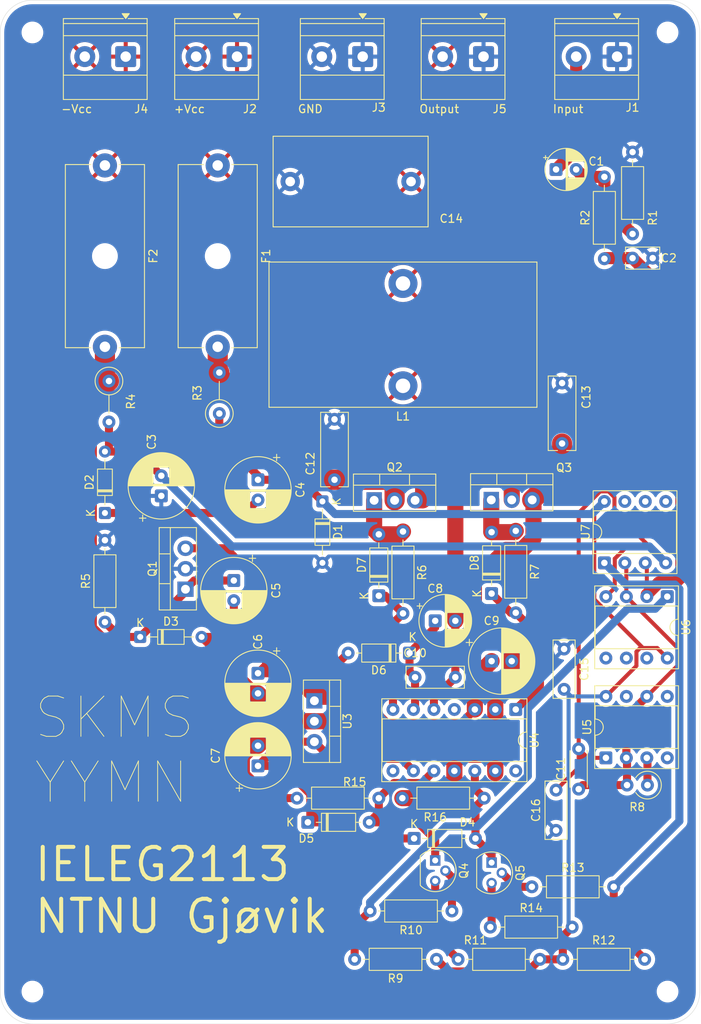
<source format=kicad_pcb>
(kicad_pcb (version 20241229) (generator "pcbnew") (generator_version "9.0")
  (layers (0 "F.Cu" signal) (2 "B.Cu" signal) (13 "F.Paste" user) (15 "B.Paste" user) (5 "F.SilkS" user "F.Silkscreen") (7 "B.SilkS" user "B.Silkscreen") (1 "F.Mask" user) (3 "B.Mask" user) (25 "Edge.Cuts" user))
  (net 0 "")
  (net 1 "GND")
  (net 2 "+5V")
  (net 3 "Net-(D2-K)")
  (net 4 "-5V")
  (net 5 "Net-(D3-K)")
  (net 6 "-Vcc")
  (net 7 "Net-(D4-A)")
  (net 8 "+5V_2")
  (net 9 "Net-(D5-A)")
  (net 10 "+12V")
  (net 11 "Net-(D6-K)")
  (net 12 "Net-(D7-A)")
  (net 13 "Net-(D8-A)")
  (net 14 "Net-(D8-K)")
  (net 15 "Vcc")
  (net 16 "Net-(Q2-S)")
  (net 20 "triangle")
  (net 24 "Net-(U5-Q)")
  (net 25 "Net-(C1-Pad2)")
  (net 26 "Net-(J1-Pin_2)")
  (net 27 "Net-(J5-Pin_2)")
  (net 28 "Net-(J4-Pin_1)")
  (net 29 "Net-(J2-Pin_1)")
  (net 30 "Net-(U6A--)")
  (net 31 "Net-(Q4-B)")
  (net 32 "Net-(Q4-E)")
  (net 33 "Net-(Q5-B)")
  (net 34 "Net-(Q5-E)")
  (net 35 "Net-(R10-Pad2)")
  (net 36 "Net-(R12-Pad2)")
  (net 37 "Net-(D7-K)")
  (footprint "Resistor_THT:R_Axial_DIN0207_L6.3mm_D2.5mm_P10.16mm_Horizontal" (layer "F.Cu") (at 117.08 131 180)
    (property "Reference" "R10")
    (property "Value" "1k")
  )
  (footprint "Diode_THT:D_DO-35_SOD27_P7.62mm_Horizontal" (layer "F.Cu") (at 111.81 99 180)
    (property "Reference" "D6")
    (property "Value" "UF4005")
  )
  (footprint "MountingHole:MountingHole_2.2mm_M2" (layer "F.Cu") (at 65 22)
    (property "Reference" "REF**" (hide yes))
    (property "Value" "MountingHole_2.2mm_M2" (hide yes))
  )
  (footprint "Resistor_THT:R_Axial_DIN0207_L6.3mm_D2.5mm_P10.16mm_Horizontal" (layer "F.Cu") (at 136 50.08 90)
    (property "Reference" "R2")
    (property "Value" "2k2")
  )
  (footprint "Package_TO_SOT_THT:TO-220-3_Vertical" (layer "F.Cu") (at 84 91.08 90)
    (property "Reference" "Q1")
    (property "Value" "BD241C")
  )
  (footprint "Capacitor_THT:C_Rect_L19.0mm_W11.0mm_P15.00mm_MKS4" (layer "F.Cu") (at 97 40.5)
    (property "Reference" "C14")
    (property "Value" "1u")
  )
  (footprint "Package_DIP:DIP-14_W7.62mm_Socket" (layer "F.Cu") (at 125 106 -90)
    (property "Reference" "U4")
    (property "Value" "IR2110")
  )
  (footprint "Capacitor_THT:C_Rect_L4.0mm_W2.5mm_P2.50mm" (layer "F.Cu") (at 139.5 50)
    (property "Reference" "C2")
    (property "Value" "1n")
  )
  (footprint "Diode_THT:D_DO-34_SOD68_P7.62mm_Horizontal" (layer "F.Cu") (at 101 80.185 -90)
    (property "Reference" "D1")
    (property "Value" "5v1")
  )
  (footprint "Capacitor_THT:C_Disc_D4.3mm_W1.9mm_P5.00mm" (layer "F.Cu") (at 132.81 115.88 90)
    (property "Reference" "C11")
    (property "Value" "1n")
  )
  (footprint "Package_TO_SOT_THT:TO-220-3_Vertical" (layer "F.Cu") (at 121.96 80)
    (property "Reference" "Q3")
    (property "Value" "IRF540N")
  )
  (footprint "Fuse:Fuseholder_Cylinder-5x20mm_Schurter_0031_8201_Horizontal_Open" (layer "F.Cu") (at 74 38.5 -90)
    (property "Reference" "F2")
    (property "Value" "6A")
  )
  (footprint "TerminalBlock_Phoenix:TerminalBlock_Phoenix_MKDS-1,5-2-5.08_1x02_P5.08mm_Horizontal" (layer "F.Cu") (at 106 25 180)
    (property "Reference" "J3")
    (property "Value" "GND")
  )
  (footprint "Package_TO_SOT_THT:TO-220-3_Vertical" (layer "F.Cu") (at 107.42 80.05)
    (property "Reference" "Q2")
    (property "Value" "IRF540N")
  )
  (footprint "Resistor_THT:R_Axial_DIN0207_L6.3mm_D2.5mm_P10.16mm_Horizontal" (layer "F.Cu") (at 130.84 137)
    (property "Reference" "R12")
    (property "Value" "1k")
  )
  (footprint "Capacitor_THT:CP_Radial_D8.0mm_P2.50mm" (layer "F.Cu") (at 122 100)
    (property "Reference" "C9")
    (property "Value" "47u")
  )
  (footprint "Package_DIP:DIP-8_W7.62mm_Socket" (layer "F.Cu") (at 136 87.81 90)
    (property "Reference" "U7")
    (property "Value" "LM393")
  )
  (footprint "Package_TO_SOT_THT:TO-220-3_Vertical" (layer "F.Cu") (at 100 104.92 -90)
    (property "Reference" "U3")
    (property "Value" "LM7805_TO220")
  )
  (footprint "Diode_THT:D_DO-35_SOD27_P7.62mm_Horizontal" (layer "F.Cu") (at 108 91.89 90)
    (property "Reference" "D7")
    (property "Value" "1N4148")
  )
  (footprint "Capacitor_THT:C_Rect_L9.0mm_W3.2mm_P7.50mm_MKT" (layer "F.Cu") (at 130.75 73 90)
    (property "Reference" "C13")
    (property "Value" "220n")
  )
  (footprint "Inductor_THT:L_Toroid_Vertical_L33.0mm_W17.8mm_P12.70mm_Pulse_KM-5" (layer "F.Cu") (at 111 65.845 180)
    (property "Reference" "L1")
    (property "Value" "22u")
  )
  (footprint "Capacitor_THT:CP_Radial_D8.0mm_P2.50mm" (layer "F.Cu") (at 93 101.5 -90)
    (property "Reference" "C6")
    (property "Value" "47u")
  )
  (footprint "Capacitor_THT:CP_Radial_D5.0mm_P2.50mm" (layer "F.Cu") (at 130 39)
    (property "Reference" "C1")
    (property "Value" "10u")
  )
  (footprint "Resistor_THT:R_Axial_DIN0207_L6.3mm_D2.5mm_P10.16mm_Horizontal" (layer "F.Cu") (at 115.16 137 180)
    (property "Reference" "R9")
    (property "Value" "1k")
  )
  (footprint "Diode_THT:D_DO-35_SOD27_P7.62mm_Horizontal" (layer "F.Cu") (at 112.38 122)
    (property "Reference" "D4")
    (property "Value" "1N4148")
  )
  (footprint "Package_TO_SOT_THT:TO-92" (layer "F.Cu") (at 115 124.73 -90)
    (property "Reference" "Q4")
    (property "Value" "PNP")
  )
  (footprint "Resistor_THT:R_Axial_DIN0309_L9.0mm_D3.2mm_P5.08mm_Vertical" (layer "F.Cu") (at 74.5 65.25 -90)
    (property "Reference" "R4")
    (property "Value" "1k2w")
  )
  (footprint "Diode_THT:D_DO-34_SOD68_P7.62mm_Horizontal" (layer "F.Cu") (at 74 81.62 90)
    (property "Reference" "D2")
    (property "Value" "5v1")
  )
  (footprint "Diode_THT:D_DO-35_SOD27_P7.62mm_Horizontal" (layer "F.Cu") (at 122 91.62 90)
    (property "Reference" "D8")
    (property "Value" "1N4148")
  )
  (footprint "Resistor_THT:R_Axial_DIN0207_L6.3mm_D2.5mm_P10.16mm_Horizontal" (layer "F.Cu") (at 117.84 137)
    (property "Reference" "R11")
    (property "Value" "10k")
  )
  (footprint "Fuse:Fuseholder_Cylinder-5x20mm_Schurter_0031_8201_Horizontal_Open" (layer "F.Cu") (at 88 38.5 -90)
    (property "Reference" "F1")
    (property "Value" "6A")
  )
  (footprint "Diode_THT:D_DO-34_SOD68_P7.62mm_Horizontal" (layer "F.Cu") (at 78.38 97)
    (property "Reference" "D3")
    (property "Value" "12V")
  )
  (footprint "Capacitor_THT:C_Rect_L7.0mm_W2.5mm_P5.00mm" (layer "F.Cu") (at 130 121 90)
    (property "Reference" "C16")
    (property "Value" "100n")
  )
  (footprint "Package_DIP:DIP-8_W7.62mm_Socket" (layer "F.Cu") (at 143.81 92 -90)
    (property "Reference" "U6")
    (property "Value" "LM393")
  )
  (footprint "MountingHole:MountingHole_2.2mm_M2" (layer "F.Cu") (at 143.845 141)
    (property "Reference" "REF**" (hide yes))
    (property "Value" "MountingHole_2.2mm_M2" (hide yes))
  )
  (footprint "Resistor_THT:R_Axial_DIN0207_L6.3mm_D2.5mm_P10.16mm_Horizontal" (layer "F.Cu") (at 74 95.16 90)
    (property "Reference" "R5")
    (property "Value" "10k")
  )
  (footprint "Diode_THT:D_DO-35_SOD27_P7.62mm_Horizontal" (layer "F.Cu") (at 99.19 120)
    (property "Reference" "D5")
    (property "Value" "1N4148")
  )
  (footprint "MountingHole:MountingHole_2.2mm_M2" (layer "F.Cu") (at 65 141)
    (property "Reference" "REF**" (hide yes))
    (property "Value" "MountingHole_2.2mm_M2" (hide yes))
  )
  (footprint "Resistor_THT:R_Axial_DIN0309_L9.0mm_D3.2mm_P2.54mm_Vertical" (layer "F.Cu") (at 141.35 115.38 180)
    (property "Reference" "R8")
    (property "Value" "2k")
  )
  (footprint "Resistor_THT:R_Axial_DIN0207_L6.3mm_D2.5mm_P10.16mm_Horizontal" (layer "F.Cu") (at 121.84 133)
    (property "Reference" "R14")
    (property "Value" "10k")
  )
  (footprint "Resistor_THT:R_Axial_DIN0207_L6.3mm_D2.5mm_P10.16mm_Horizontal" (layer "F.Cu") (at 108 117 180)
    (property "Reference" "R15")
    (property "Value" "6k8")
  )
  (footprint "Package_DIP:DIP-8_W7.62mm_Socket" (layer "F.Cu") (at 136.19 112 90)
    (property "Reference" "U5")
    (property "Value" "LMC555xN")
  )
  (footprint "Capacitor_THT:CP_Radial_D6.3mm_P2.50mm" (layer "F.Cu") (at 115 95)
    (property "Reference" "C8")
    (property "Value" "22u")
  )
  (footprint "Capacitor_THT:CP_Radial_D8.0mm_P2.50mm" (layer "F.Cu") (at 90 90 -90)
    (property "Reference" "C5")
    (property "Value" "47u")
  )
  (footprint "Capacitor_THT:C_Rect_L9.0mm_W3.2mm_P7.50mm_MKT" (layer "F.Cu") (at 102.5 77.5 90)
    (property "Reference" "C12")
    (property "Value" "220n")
  )
  (footprint "TerminalBlock_Phoenix:TerminalBlock_Phoenix_MKDS-1,5-2-5.08_1x02_P5.08mm_Horizontal" (layer "F.Cu") (at 137.58 25 180)
    (property "Reference" "J1")
    (property "Value" "Input")
  )
  (footprint "Capacitor_THT:CP_Radial_D8.0mm_P2.50mm" (layer "F.Cu") (at 81 79.5 90)
    (property "Reference" "C3")
    (property "Value" "47u")
  )
  (footprint "Capacitor_THT:CP_Radial_D8.0mm_P2.50mm" (layer "F.Cu") (at 93 77.5 -90)
    (property "Reference" "C4")
    (property "Value" "47u")
  )
  (footprint "Resistor_THT:R_Axial_DIN0207_L6.3mm_D2.5mm_P10.16mm_Horizontal" (layer "F.Cu") (at 111 83.92 -90)
    (property "Reference" "R6")
    (property "Value" "10")
  )
  (footprint "TerminalBlock_Phoenix:TerminalBlock_Phoenix_MKDS-1,5-2-5.08_1x02_P5.08mm_Horizontal" (layer "F.Cu") (at 90.4 25 180)
    (property "Reference" "J2")
    (property "Value" "+Vcc")
  )
  (footprint "Capacitor_THT:C_Rect_L7.0mm_W2.5mm_P5.00mm" (layer "F.Cu") (at 131 98.5 -90)
    (property "Reference" "C15")
    (property "Value" "100n")
  )
  (footprint "Resistor_THT:R_Axial_DIN0309_L9.0mm_D3.2mm_P5.08mm_Vertical" (layer "F.Cu") (at 88.2 69.28 90)
    (property "Reference" "R3")
    (property "Value" "1k2w")
  )
  (footprint "MountingHole:MountingHole_2.2mm_M2" (layer "F.Cu") (at 143.845 22)
    (property "Reference" "REF**" (hide yes))
    (property "Value" "MountingHole_2.2mm_M2" (hide yes))
  )
  (footprint "Capacitor_THT:C_Rect_L7.0mm_W2.5mm_P5.00mm" (layer "F.Cu") (at 112.5 102)
    (property "Reference" "C10")
    (property "Value" "100n")
  )
  (footprint "Capacitor_THT:CP_Radial_D8.0mm_P2.50mm" (layer "F.Cu") (at 93 113 90)
    (property "Reference" "C7")
    (property "Value" "47u")
  )
  (footprint "TerminalBlock_Phoenix:TerminalBlock_Phoenix_MKDS-1,5-2-5.08_1x02_P5.08mm_Horizontal" (layer "F.Cu") (at 76.58 25 180)
    (property "Reference" "J4")
    (property "Value" "-Vcc")
  )
  (footprint "TerminalBlock_Phoenix:TerminalBlock_Phoenix_MKDS-1,5-2-5.08_1x02_P5.08mm_Horizontal" (layer "F.Cu") (at 121 25 180)
    (property "Reference" "J5")
    (property "Value" "Output")
  )
  (footprint "Resistor_THT:R_Axial_DIN0207_L6.3mm_D2.5mm_P10.16mm_Horizontal" (layer "F.Cu") (at 121.08 117 180)
    (property "Reference" "R16")
    (property "Value" "6k8")
  )
  (footprint "Resistor_THT:R_Axial_DIN0207_L6.3mm_D2.5mm_P10.16mm_Horizontal" (layer "F.Cu") (at 139.5 47 90)
    (property "Reference" "R1")
    (property "Value" "330k")
  )
  (footprint "Package_TO_SOT_THT:TO-92" (layer "F.Cu") (at 122 125 -90)
    (property "Reference" "Q5")
    (property "Value" "PNP")
  )
  (footprint "Resistor_THT:R_Axial_DIN0207_L6.3mm_D2.5mm_P10.16mm_Horizontal" (layer "F.Cu") (at 125 83.84 -90)
    (property "Reference" "R7")
    (property "Value" "10")
  )
  (footprint "Resistor_THT:R_Axial_DIN0207_L6.3mm_D2.5mm_P10.16mm_Horizontal" (layer "F.Cu") (at 127 128)
    (property "Reference" "R13")
    (property "Value" "1k")
  )
  (gr_arc (start 65 145) (mid 62.171573 143.828427) (end 61 141) (stroke (width 0.05)) (layer "Edge.Cuts"))
  (gr_line (start 147.845 141) (end 147.845 22) (stroke (width 0.05)) (layer "Edge.Cuts"))
  (gr_arc (start 147.845 141) (mid 146.673427 143.828427) (end 143.845 145) (stroke (width 0.05)) (layer "Edge.Cuts"))
  (gr_line (start 65 145) (end 143.845 145) (stroke (width 0.05)) (layer "Edge.Cuts"))
  (gr_line (start 61 141) (end 61 22) (stroke (width 0.05)) (layer "Edge.Cuts"))
  (gr_arc (start 61 22) (mid 62.171573 19.171573) (end 65 18) (stroke (width 0.05)) (layer "Edge.Cuts"))
  (gr_arc (start 143.845 18) (mid 146.673427 19.171573) (end 147.845 22) (stroke (width 0.05)) (layer "Edge.Cuts"))
  (gr_line (start 143.845 18) (end 65 18) (stroke (width 0.05)) (layer "Edge.Cuts"))
  (gr_text "IELEG2113\nNTNU Gjøvik\n" (at 65 134 0) (layer "F.SilkS") (effects (font (size 4 4) (thickness 0.5)) (justify left bottom)))
  (gr_text "SKMS\nYYMN" (at 65 118 0) (layer "F.SilkS") (effects (font (size 5 5) (thickness 0.1)) (justify left bottom)))
  (segment (start 136.19 104.38) (end 139.981 100.589) (width 0.5) (layer "F.Cu") (net 2))
  (segment (start 93 77) (end 88.2 72.2) (width 1) (layer "F.Cu") (net 2))
  (segment (start 142.559 98.369) (end 140.789818 98.369) (width 0.5) (layer "F.Cu") (net 2))
  (segment (start 93 77.5) (end 93 77) (width 1) (layer "F.Cu") (net 2))
  (segment (start 88.2 72.2) (end 88.2 69.28) (width 1) (layer "F.Cu") (net 2))
  (segment (start 139.981 100.589) (end 139.981 98.829) (width 0.5) (layer "F.Cu") (net 2))
  (segment (start 140.789818 98.369) (end 134.749 92.328182) (width 0.5) (layer "F.Cu") (net 2))
  (segment (start 134.749 92.328182) (end 134.749 81.441) (width 0.5) (layer "F.Cu") (net 2))
  (segment (start 134.749 81.441) (end 136 80.19) (width 0.5) (layer "F.Cu") (net 2))
  (segment (start 116.661 138.501) (end 126.499 138.501) (width 1) (layer "F.Cu") (net 2))
  (segment (start 140.441 98.369) (end 140.789818 98.369) (width 0.5) (layer "F.Cu") (net 2))
  (segment (start 130.84 134.16) (end 132 133) (width 1) (layer "F.Cu") (net 2))
  (segment (start 130.84 137) (end 130.84 134.16) (width 1) (layer "F.Cu") (net 2))
  (segment (start 93 77.5) (end 98.315 77.5) (width 1) (layer "F.Cu") (net 2))
  (segment (start 115.16 137) (end 116.661 138.501) (width 1) (layer "F.Cu") (net 2))
  (segment (start 126.499 138.501) (end 128 137) (width 1) (layer "F.Cu") (net 2))
  (segment (start 139.981 98.829) (end 140.441 98.369) (width 0.5) (layer "F.Cu") (net 2))
  (segment (start 128 137) (end 130.84 137) (width 1) (layer "F.Cu") (net 2))
  (segment (start 143.81 99.62) (end 142.559 98.369) (width 0.5) (layer "F.Cu") (net 2))
  (segment (start 98.315 77.5) (end 101 80.185) (width 1) (layer "F.Cu") (net 2))
  (segment (start 102.566 81.751) (end 134.439 81.751) (width 1) (layer "B.Cu") (net 2))
  (segment (start 131 103.5) (end 131.559 104.059) (width 0.5) (layer "B.Cu") (net 2))
  (segment (start 101 80.185) (end 102.566 81.751) (width 1) (layer "B.Cu") (net 2))
  (segment (start 136.19 104.38) (end 131.88 104.38) (width 0.5) (layer "B.Cu") (net 2))
  (segment (start 131.88 104.38) (end 131 103.5) (width 0.5) (layer "B.Cu") (net 2))
  (segment (start 131.559 132.559) (end 132 133) (width 0.5) (layer "B.Cu") (net 2))
  (segment (start 134.439 81.751) (end 136 80.19) (width 1) (layer "B.Cu") (net 2))
  (segment (start 131.559 104.059) (end 131.559 132.559) (width 0.5) (layer "B.Cu") (net 2))
  (segment (start 93 80) (end 91.38 81.62) (width 1) (layer "F.Cu") (net 3))
  (segment (start 91.38 81.62) (end 74 81.62) (width 1) (layer "F.Cu") (net 3))
  (segment (start 133.465 111.535) (end 132.81 110.88) (width 0.5) (layer "F.Cu") (net 4))
  (segment (start 133 112) (end 133.465 111.535) (width 0.5) (layer "F.Cu") (net 4))
  (segment (start 133 112) (end 133 113) (width 0.5) (layer "F.Cu") (net 4))
  (segment (start 133.93 112.07) (end 133 113) (width 0.5) (layer "F.Cu") (net 4))
  (segment (start 133 112.86) (end 133.86 112) (width 0.5) (layer "F.Cu") (net 4))
  (segment (start 133 113) (end 133 112.86) (width 0.5) (layer "F.Cu") (net 4))
  (segment (start 137.289 87.291818) (end 138.580818 86) (width 0.5) (layer "F.Cu") (net 4))
  (segment (start 78 74) (end 81 77) (width 1) (layer "F.Cu") (net 4))
  (segment (start 74.5 73.5) (end 74 74) (width 1) (layer "F.Cu") (net 4))
  (segment (start 133 112) (end 133.86 112) (width 0.5) (layer "F.Cu") (net 4))
  (segment (start 138.580818 86) (end 141.81 86) (width 0.5) (layer "F.Cu") (net 4))
  (segment (start 132.81 81.610818) (end 132.81 110.88) (width 0.5) (layer "F.Cu") (net 4))
  (segment (start 133.86 112) (end 133.93 112.07) (width 0.5) (layer "F.Cu") (net 4))
  (segment (start 132.81 112) (end 133 112) (width 0.5) (layer "F.Cu") (net 4))
  (segment (start 132.81 113.19) (end 130 116) (width 0.5) (layer "F.Cu") (net 4))
  (segment (start 137.289 90.901) (end 137.289 87.291818) (width 0.5) (layer "F.Cu") (net 4))
  (segment (start 143.62 87.81) (end 137.251 81.441) (width 0.5) (layer "F.Cu") (net 4))
  (segment (start 133.93 112) (end 133.93 112.07) (width 0.5) (layer "F.Cu") (net 4))
  (segment (start 137.251 79.671818) (end 136.518182 78.939) (width 0.5) (layer "F.Cu") (net 4))
  (segment (start 136.518182 78.939) (end 135.481818 78.939) (width 0.5) (layer "F.Cu") (net 4))
  (segment (start 132.81 112) (end 132.81 113.19) (width 0.5) (layer "F.Cu") (net 4))
  (segment (start 132.81 110.88) (end 132.81 112) (width 0.5) (layer "F.Cu") (net 4))
  (segment (start 141.81 86) (end 143.62 87.81) (width 0.5) (layer "F.Cu") (net 4))
  (segment (start 136.19 112) (end 133.93 112) (width 0.5) (layer "F.Cu") (net 4))
  (segment (start 74.5 70.33) (end 74.5 73.5) (width 1) (layer "F.Cu") (net 4))
  (segment (start 137.251 81.441) (end 137.251 79.671818) (width 0.5) (layer "F.Cu") (net 4))
  (segment (start 133.93 112) (end 133.465 111.535) (width 0.5) (layer "F.Cu") (net 4))
  (segment (start 135.481818 78.939) (end 132.81 81.610818) (width 0.5) (layer "F.Cu") (net 4))
  (segment (start 133 113) (end 132.81 113.19) (width 0.5) (layer "F.Cu") (net 4))
  (segment (start 136.19 92) (end 137.289 90.901) (width 0.5) (layer "F.Cu") (net 4))
  (segment (start 74 74) (end 78 74) (width 1) (layer "F.Cu") (net 4))
  (segment (start 89.771 85.771) (end 141.581 85.771) (width 1) (layer "B.Cu") (net 4))
  (segment (start 81 77) (end 89.771 85.771) (width 1) (layer "B.Cu") (net 4))
  (segment (start 141.581 85.771) (end 143.62 87.81) (width 1) (layer "B.Cu") (net 4))
  (segment (start 75.84 97) (end 74 95.16) (width 1) (layer "F.Cu") (net 5))
  (segment (start 78.38 97) (end 75.84 97) (width 1) (layer "F.Cu") (net 5))
  (segment (start 84 91.08) (end 84 91.38) (width 1) (layer "F.Cu") (net 5))
  (segment (start 90 90) (end 85.08 90) (width 1) (layer "F.Cu") (net 5))
  (segment (start 85.08 90) (end 84 91.08) (width 1) (layer "F.Cu") (net 5))
  (segment (start 84 91.38) (end 78.38 97) (width 1) (layer "F.Cu") (net 5))
  (segment (start 122.46 112.48863) (end 121.59037 111.619) (width 2) (layer "F.Cu") (net 6))
  (segment (start 94.5 105.5) (end 94.5 109) (width 2) (layer "F.Cu") (net 6))
  (segment (start 74 64.75) (end 74 61) (width 2.5) (layer "F.Cu") (net 6))
  (segment (start 94.25 109.25) (end 96.04 107.46) (width 2) (layer "F.Cu") (net 6))
  (segment (start 88 99) (end 93 104) (width 1) (layer "F.Cu") (net 6))
  (segment (start 119.799 90.201) (end 123.799 86.201) (width 2) (layer "F.Cu") (net 6))
  (segment (start 122.46 113.62) (end 122.46 111) (width 2) (layer "F.Cu") (net 6))
  (segment (start 121.59037 111.619) (end 118.24963 111.619) (width 2) (layer "F.Cu") (net 6))
  (segment (start 87 98) (end 88 99) (width 1) (layer "F.Cu") (net 6))
  (segment (start 86 97) (end 87 98) (width 1) (layer "F.Cu") (net 6))
  (segment (start 74.5 65.25) (end 71.749 68.001) (width 2.5) (layer "F.Cu") (net 6))
  (segment (start 130.75 76.29) (end 127.04 80) (width 2.5) (layer "F.Cu") (net 6))
  (segment (start 91.499 112.001) (end 93 110.5) (width 1) (layer "F.Cu") (net 6))
  (segment (start 124.5 98.5) (end 119.799 93.799) (width 2) (layer "F.Cu") (net 6))
  (segment (start 82.656605 107) (end 93 107) (width 2.5) (layer "F.Cu") (net 6))
  (segment (start 104 110) (end 114.89137 110) (width 2) (layer "F.Cu") (net 6))
  (segment (start 101.46 107.46) (end 104 110) (width 2) (layer "F.Cu") (net 6))
  (segment (start 94.5 109) (end 94.25 109.25) (width 2) (layer "F.Cu") (net 6))
  (segment (start 71.749 68.001) (end 71.749 96.092395) (width 2.5) (layer "F.Cu") (net 6))
  (segment (start 96.04 107.46) (end 100 107.46) (width 2) (layer "F.Cu") (net 6))
  (segment (start 117.38 114.75137) (end 115.13137 117) (width 2) (layer "F.Cu") (net 6))
  (segment (start 90 95) (end 90 92.5) (width 1) (layer "F.Cu") (net 6))
  (segment (start 122.405685 111.054315) (end 122.46 111) (width 2) (layer "F.Cu") (net 6))
  (segment (start 124.5 102.5) (end 124.5 100) (width 2) (layer "F.Cu") (net 6))
  (segment (start 93 104) (end 93 107) (width 2) (layer "F.Cu") (net 6))
  (segment (start 123.799 86.201) (end 125.751684 86.201) (width 2) (layer "F.Cu") (net 6))
  (segment (start 124.5 100) (end 124.5 98.5) (width 2) (layer "F.Cu") (net 6))
  (segment (start 122.46 111) (end 122.46 106) (width 2) (layer "F.Cu") (net 6))
  (segment (start 88 97) (end 86 97) (width 1) (layer "F.Cu") (net 6))
  (segment (start 97.84 117) (end 94.548156 117) (width 1) (layer "F.Cu") (net 6))
  (segment (start 115.945685 111.054315) (end 122.405685 111.054315) (width 2) (layer "F.Cu") (net 6))
  (segment (start 93 110.5) (end 94.25 109.25) (width 2) (layer "F.Cu") (net 6))
  (segment (start 114.89137 110) (end 115.945685 111.054315) (width 2) (layer "F.Cu") (net 6))
  (segment (start 94.548156 117) (end 91.499 113.950844) (width 1) (layer "F.Cu") (net 6))
  (segment (start 88 97) (end 88 99) (width 1) (layer "F.Cu") (net 6))
  (segment (start 117.38 112.48863) (end 117.38 113.62) (width 2) (layer "F.Cu") (net 6))
  (segment (start 88 97) (end 90 95) (width 1) (layer "F.Cu") (net 6))
  (segment (start 71.749 96.092395) (end 82.656605 107) (width 2.5) (layer "F.Cu") (net 6))
  (segment (start 122.46 106) (end 122.46 104.54) (width 2) (layer "F.Cu") (net 6))
  (segment (start 122.46 113.62) (end 122.46 112.48863) (width 2) (layer "F.Cu") (net 6))
  (segment (start 115.945685 111.054315) (end 117.38 112.48863) (width 2) (layer "F.Cu") (net 6))
  (segment (start 125.751684 86.201) (end 127.201 84.751684) (width 2) (layer "F.Cu") (net 6))
  (segment (start 122.46 104.54) (end 124.5 102.5) (width 2) (layer "F.Cu") (net 6))
  (segment (start 118.24963 111.619) (end 117.38 112.48863) (width 2) (layer "F.Cu") (net 6))
  (segment (start 119.799 93.799) (end 119.799 90.201) (width 2) (layer "F.Cu") (net 6))
  (segment (start 93 107) (end 93 110.5) (width 2) (layer "F.Cu") (net 6))
  (segment (start 130.75 73) (end 130.75 76.29) (width 2.5) (layer "F.Cu") (net 6))
  (segment (start 96.46 107.46) (end 94.5 105.5) (width 2) (layer "F.Cu") (net 6))
  (segment (start 87 98) (end 88 97) (width 1) (layer "F.Cu") (net 6))
  (segment (start 91.499 113.950844) (end 91.499 112.001) (width 1) (layer "F.Cu") (net 6))
  (segment (start 127.201 84.751684) (end 127.201 80.161) (width 2) (layer "F.Cu") (net 6))
  (segment (start 115.13137 117) (end 110.92 117) (width 2) (layer "F.Cu") (net 6))
  (segment (start 100 107.46) (end 96.46 107.46) (width 2) (layer "F.Cu") (net 6))
  (segment (start 122.46 113.62) (end 122.46 113.909842) (width 2) (layer "F.Cu") (net 6))
  (segment (start 74.5 65.25) (end 74 64.75) (width 2.5) (layer "F.Cu") (net 6))
  (segment (start 127.201 80.161) (end 127.04 80) (width 2) (layer "F.Cu") (net 6))
  (segment (start 117.38 113.62) (end 117.38 114.75137) (width 2) (layer "F.Cu") (net 6))
  (segment (start 94.5 105.5) (end 93 104) (width 2) (layer "F.Cu") (net 6))
  (segment (start 100 107.46) (end 101.46 107.46) (width 2) (layer "F.Cu") (net 6))
  (segment (start 119.92 115.84) (end 119.92 113.62) (width 1) (layer "F.Cu") (net 7))
  (segment (start 120 122) (end 120 118.08) (width 1) (layer "F.Cu") (net 7))
  (segment (start 122 125) (end 122 124) (width 1) (layer "F.Cu") (net 7))
  (segment (start 121.08 117) (end 119.92 115.84) (width 1) (layer "F.Cu") (net 7))
  (segment (start 120 118.08) (end 121.08 117) (width 1) (layer "F.Cu") (net 7))
  (segment (start 122 124) (end 120 122) (width 1) (layer "F.Cu") (net 7))
  (segment (start 100 120) (end 101.5 118.5) (width 1) (layer "F.Cu") (net 8))
  (segment (start 101.5 118.5) (end 101 118) (width 1) (layer "F.Cu") (net 8))
  (segment (start 110.799 112.119) (end 102.119 112.119) (width 1) (layer "F.Cu") (net 8))
  (segment (start 100 120) (end 101 120) (width 1) (layer "F.Cu") (net 8))
  (segment (start 99.5 116.5) (end 98 115) (width 1) (layer "F.Cu") (net 8))
  (segment (start 100 110) (end 96 110) (width 1) (layer "F.Cu") (net 8))
  (segment (start 96 110) (end 93 113) (width 1) (layer "F.Cu") (net 8))
  (segment (start 99.5 119.69) (end 99.5 119) (width 1) (layer "F.Cu") (net 8))
  (segment (start 100.5 117.5) (end 98 115) (width 1) (layer "F.Cu") (net 8))
  (segment (start 112.38 122) (end 105 122) (width 1) (layer "F.Cu") (net 8))
  (segment (start 101 120) (end 102 119) (width 1) (layer "F.Cu") (net 8))
  (segment (start 100.5 118.5) (end 100 119) (width 1) (layer "F.Cu") (net 8))
  (segment (start 103 120) (end 102 119) (width 1) (layer "F.Cu") (net 8))
  (segment (start 112.3 113.62) (end 110.799 112.119) (width 1) (layer "F.Cu") (net 8))
  (segment (start 105 122) (end 103 120) (width 1) (layer "F.Cu") (net 8))
  (segment (start 101 118) (end 100.5 117.5) (width 1) (layer "F.Cu") (net 8))
  (segment (start 99.19 120) (end 99.5 119.69) (width 1) (layer "F.Cu") (net 8))
  (segment (start 99.19 120) (end 100 120) (width 1) (layer "F.Cu") (net 8))
  (segment (start 96 113) (end 93 113) (width 1) (layer "F.Cu") (net 8))
  (segment (start 99.19 120) (end 103 120) (width 1) (layer "F.Cu") (net 8))
  (segment (start 102.119 112.119) (end 100 110) (width 1) (layer "F.Cu") (net 8))
  (segment (start 100 119) (end 99.5 119) (width 1) (layer "F.Cu") (net 8))
  (segment (start 99.5 119) (end 99.5 116.5) (width 1) (layer "F.Cu") (net 8))
  (segment (start 101 118) (end 100 119) (width 1) (layer "F.Cu") (net 8))
  (segment (start 100.5 117.5) (end 100.5 118.5) (width 1) (layer "F.Cu") (net 8))
  (segment (start 98 115) (end 96 113) (width 1) (layer "F.Cu") (net 8))
  (segment (start 102 119) (end 101.5 118.5) (width 1) (layer "F.Cu") (net 8))
  (segment (start 109.879 115.121) (end 108 117) (width 1) (layer "F.Cu") (net 9))
  (segment (start 108 119) (end 109 120) (width 1) (layer "F.Cu") (net 9))
  (segment (start 109 120) (end 106.81 120) (width 1) (layer "F.Cu") (net 9))
  (segment (start 115 122.168156) (end 112.831844 120) (width 1) (layer "F.Cu") (net 9))
  (segment (start 108 118.81) (end 108 119) (width 1) (layer "F.Cu") (net 9))
  (segment (start 114.84 113.62) (end 113.339 115.121) (width 1) (layer "F.Cu") (net 9))
  (segment (start 113.339 115.121) (end 109.879 115.121) (width 1) (layer "F.Cu") (net 9))
  (segment (start 108 117) (end 108 118.81) (width 1) (layer "F.Cu") (net 9))
  (segment (start 115 124.73) (end 115 122.168156) (width 1) (layer "F.Cu") (net 9))
  (segment (start 112.831844 120) (end 109 120) (width 1) (layer "F.Cu") (net 9))
  (segment (start 108 118.81) (end 106.81 120) (width 1) (layer "F.Cu") (net 9))
  (segment (start 102 104.92) (end 106.274423 104.92) (width 1) (layer "F.Cu") (net 10))
  (segment (start 106.274423 104.92) (end 109.055423 107.701) (width 1) (layer "F.Cu") (net 10))
  (segment (start 89 86) (end 94 91) (width 1) (layer "F.Cu") (net 10))
  (segment (start 100 103.19) (end 104.19 99) (width 1) (layer "F.Cu") (net 10))
  (segment (start 84 86) (end 89 86) (width 1) (layer "F.Cu") (net 10))
  (segment (start 101 104.92) (end 102 104.92) (width 1) (layer "F.Cu") (net 10))
  (segment (start 100 104.92) (end 100 103.19) (width 1) (layer "F.Cu") (net 10))
  (segment (start 94 100.5) (end 93 101.5) (width 1) (layer "F.Cu") (net 10))
  (segment (start 96.58 101.5) (end 98.04 102.96) (width 1) (layer "F.Cu") (net 10))
  (segment (start 119.92 102.08) (end 122 100) (width 2) (layer "F.Cu") (net 10))
  (segment (start 109.055423 107.701) (end 118.219 107.701) (width 1) (layer "F.Cu") (net 10))
  (segment (start 93 101.5) (end 95 101.5) (width 1) (layer "F.Cu") (net 10))
  (segment (start 100.27 103.19) (end 102 104.92) (width 1) (layer "F.Cu") (net 10))
  (segment (start 94 100.5) (end 95 101.5) (width 1) (layer "F.Cu") (net 10))
  (segment (start 100 104.92) (end 101 104.92) (width 1) (layer "F.Cu") (net 10))
  (segment (start 100 103.92) (end 101 104.92) (width 1) (layer "F.Cu") (net 10))
  (segment (start 94 91) (end 94 100.5) (width 1) (layer "F.Cu") (net 10))
  (segment (start 100 103.19) (end 100 103.92) (width 1) (layer "F.Cu") (net 10))
  (segment (start 95 101.5) (end 96.58 101.5) (width 1) (layer "F.Cu") (net 10))
  (segment (start 118.219 107.701) (end 119.92 106) (width 1) (layer "F.Cu") (net 10))
  (segment (start 98.04 102.96) (end 98.27 103.19) (width 1) (layer "F.Cu") (net 10))
  (segment (start 98.27 103.19) (end 100 103.19) (width 1) (layer "F.Cu") (net 10))
  (segment (start 98.04 102.96) (end 100 104.92) (width 1) (layer "F.Cu") (net 10))
  (segment (start 119.92 106) (end 119.92 102.08) (width 2) (layer "F.Cu") (net 10))
  (segment (start 100 103.19) (end 100.27 103.19) (width 1) (layer "F.Cu") (net 10))
  (segment (start 112.5 102) (end 112.5 105.8) (width 1) (layer "F.Cu") (net 11))
  (segment (start 111.81 101.31) (end 112.5 102) (width 1) (layer "F.Cu") (net 11))
  (segment (start 112.5 105.8) (end 112.3 106) (width 1) (layer "F.Cu") (net 11))
  (segment (start 111.81 99) (end 111.81 101.31) (width 1) (layer "F.Cu") (net 11))
  (segment (start 115 95.81) (end 115 95) (width 1) (layer "F.Cu") (net 11))
  (segment (start 111.81 99) (end 115 95.81) (width 1) (layer "F.Cu") (net 11))
  (segment (start 108 84.27) (end 110.65 84.27) (width 2) (layer "F.Cu") (net 12))
  (segment (start 107.42 80.05) (end 107.42 83.69) (width 2) (layer "F.Cu") (net 12))
  (segment (start 107.42 83.69) (end 108 84.27) (width 2) (layer "F.Cu") (net 12))
  (segment (start 110.65 84.27) (end 111 83.92) (width 2) (layer "F.Cu") (net 12))
  (segment (start 121.96 83.96) (end 122 84) (width 2) (layer "F.Cu") (net 13))
  (segment (start 121.96 80) (end 121.96 83.96) (width 2) (layer "F.Cu") (net 13))
  (segment (start 122 84) (end 124.84 84) (width 2) (layer "F.Cu") (net 13))
  (segment (start 124.84 84) (end 125 83.84) (width 2) (layer "F.Cu") (net 13))
  (segment (start 125 94) (end 124.38 94) (width 1) (layer "F.Cu") (net 14))
  (segment (start 125 106) (end 128 103) (width 1) (layer "F.Cu") (net 14))
  (segment (start 128 97) (end 128 103) (width 1) (layer "F.Cu") (net 14))
  (segment (start 124.38 94) (end 122 91.62) (width 1) (layer "F.Cu") (net 14))
  (segment (start 128 97) (end 125 94) (width 1) (layer "F.Cu") (net 14))
  (segment (start 102.5 77.5) (end 109.7245 77.5) (width 2.5) (layer "F.Cu") (net 15))
  (segment (start 109.96 77.7355) (end 109.96 80.05) (width 2.5) (layer "F.Cu") (net 15))
  (segment (start 88.2 64.7) (end 88.2 64.2) (width 2.5) (layer "F.Cu") (net 15))
  (segment (start 99.12313 75.549) (end 99.049 75.549) (width 2.5) (layer "F.Cu") (net 15))
  (segment (start 88 64) (end 88.2 64.2) (width 2.5) (layer "F.Cu") (net 15))
  (segment (start 102.5 77.5) (end 101.07413 77.5) (width 2.5) (layer "F.Cu") (net 15))
  (segment (start 99.049 75.549) (end 88.2 64.7) (width 2.5) (layer "F.Cu") (net 15))
  (segment (start 88 61) (end 88 64) (width 2.5) (layer "F.Cu") (net 15))
  (segment (start 109.7245 77.5) (end 109.96 77.7355) (width 2.5) (layer "F.Cu") (net 15))
  (segment (start 88.2 61.2) (end 88 61) (width 2.5) (layer "F.Cu") (net 15))
  (segment (start 101.07413 77.5) (end 99.12313 75.549) (width 2.5) (layer "F.Cu") (net 15))
  (segment (start 88.2 61.2) (end 88 61) (width 2.5) (layer "B.Cu") (net 15))
  (segment (start 113.45 80.05) (end 113.5 80) (width 2) (layer "F.Cu") (net 16))
  (segment (start 114.84 106) (end 114.84 104.66) (width 1) (layer "F.Cu") (net 16))
  (segment (start 112.5 80.05) (end 113.45 80.05) (width 2) (layer "F.Cu") (net 16))
  (segment (start 113.5 80) (end 113.5 78) (width 2) (layer "F.Cu") (net 16))
  (segment (start 117.5 102) (end 117.5 95) (width 1) (layer "F.Cu") (net 16))
  (segment (start 117.5 95) (end 117.5 75.5) (width 2) (layer "F.Cu") (net 16))
  (segment (start 114.84 104.66) (end 117.5 102) (width 1) (layer "F.Cu") (net 16))
  (segment (start 124.5 80) (end 124.5 77.5) (width 2) (layer "F.Cu") (net 16))
  (segment (start 113.5 78) (end 114 77.5) (width 2) (layer "F.Cu") (net 16))
  (segment (start 145.061 100.589) (end 141.27 104.38) (width 0.5) (layer "F.Cu") (net 20))
  (segment (start 138.81 112.08) (end 138.73 112) (width 1) (layer "F.Cu") (net 20))
  (segment (start 138.73 92) (end 138.73 88) (width 0.5) (layer "F.Cu") (net 20))
  (segment (start 145.061 98.331) (end 145.061 100.589) (width 0.5) (layer "F.Cu") (net 20))
  (segment (start 138.73 115.3) (end 138.81 115.38) (width 1) (layer "F.Cu") (net 20))
  (segment (start 138.81 115.38) (end 133.31 115.38) (width 1) (layer "F.Cu") (net 20))
  (segment (start 138.73 92) (end 145.061 98.331) (width 0.5) (layer "F.Cu") (net 20))
  (segment (start 138.73 88) (end 138.54 87.81) (width 0.5) (layer "F.Cu") (net 20))
  (segment (start 133.31 115.38) (end 132.81 115.88) (width 1) (layer "F.Cu") (net 20))
  (segment (start 138.73 106.92) (end 141.27 104.38) (width 1) (layer "F.Cu") (net 20))
  (segment (start 138.81 115.38) (end 138.81 112.08) (width 1) (layer "F.Cu") (net 20))
  (segment (start 138.73 112) (end 138.73 106.92) (width 1) (layer "F.Cu") (net 20))
  (segment (start 138.73 115.3) (end 138.81 115.38) (width 1) (layer "B.Cu") (net 20))
  (segment (start 141.35 115.38) (end 141.35 112.08) (width 1) (layer "F.Cu") (net 24))
  (segment (start 141.35 112.08) (end 141.27 112) (width 1) (layer "F.Cu") (net 24))
  (segment (start 141.27 115.3) (end 141.35 115.38) (width 1) (layer "B.Cu") (net 24))
  (segment (start 136 39.92) (end 133.42 39.92) (width 1.5) (layer "F.Cu") (net 25))
  (segment (start 133.42 39.92) (end 132.5 39) (width 1.5) (layer "F.Cu") (net 25))
  (segment (start 136 39.92) (end 136 43.5) (width 1.5) (layer "F.Cu") (net 25))
  (segment (start 136 43.5) (end 139.5 47) (width 1.5) (layer "F.Cu") (net 25))
  (segment (start 130 39) (end 132.5 36.5) (width 1.5) (layer "F.Cu") (net 26))
  (segment (start 132.5 36.5) (end 132.5 25) (width 1.5) (layer "F.Cu") (net 26))
  (segment (start 139.5 50) (end 136.08 50) (width 1.5) (layer "F.Cu") (net 30))
  (segment (start 145.561 89.552398) (end 145.561 56.061) (width 1.5) (layer "F.Cu") (net 30))
  (segment (start 142.755602 90.249) (end 144.864398 90.249) (width 1.5) (layer "F.Cu") (net 30))
  (segment (start 144.864398 90.249) (end 145.561 89.552398) (width 1.5) (layer "F.Cu") (net 30))
  (segment (start 141.27 88) (end 141.08 87.81) (width 0.5) (layer "F.Cu") (net 30))
  (segment (start 145.561 56.061) (end 139.5 50) (width 1.5) (layer "F.Cu") (net 30))
  (segment (start 141.27 92) (end 141.27 91.734602) (width 1.5) (layer "F.Cu") (net 30))
  (segment (start 141.27 92) (end 141.27 88) (width 0.5) (layer "F.Cu") (net 30))
  (segment (start 141.27 91.734602) (end 142.755602 90.249) (width 1.5) (layer "F.Cu") (net 30))
  (segment (start 139.42 50.08) (end 139.5 50) (width 1) (layer "F.Cu") (net 30))
  (segment (start 136.08 50) (end 136 50.08) (width 1) (layer "F.Cu") (net 30))
  (segment (start 136.08 50) (end 136 50.08) (width 1) (layer "B.Cu") (net 30))
  (segment (start 117.08 126.81) (end 116.27 126) (width 1) (layer "F.Cu") (net 31))
  (segment (start 117.08 131) (end 117.08 126.81) (width 1) (layer "F.Cu") (net 31))
  (segment (start 115 134.16) (end 117.84 137) (width 1) (layer "F.Cu") (net 32))
  (segment (start 115 127.27) (end 115 134.16) (width 1) (layer "F.Cu") (net 32))
  (segment (start 127 128) (end 125 128) (width 1) (layer "F.Cu") (net 33))
  (segment (start 125 128) (end 123.27 126.27) (width 1) (layer "F.Cu") (net 33))
  (segment (start 122 132.84) (end 121.84 133) (width 1) (layer "F.Cu") (net 34))
  (segment (start 122 127.54) (end 122 132.84) (width 1) (layer "F.Cu") (net 34))
  (segment (start 105 132.92) (end 106.92 131) (width 1) (layer "F.Cu") (net 35))
  (segment (start 105 137) (end 105 132.92) (width 1) (layer "F.Cu") (net 35))
  (segment (start 120.243735 120.499) (end 116.332844 120.499) (width 1) (layer "B.Cu") (net 35))
  (segment (start 138.876265 93.501) (end 126.501 105.876265) (width 1) (layer "B.Cu") (net 35))
  (segment (start 126.501 114.241735) (end 120.243735 120.499) (width 1) (layer "B.Cu") (net 35))
  (segment (start 126.501 105.876265) (end 126.501 114.241735) (width 1) (layer "B.Cu") (net 35))
  (segment (start 142.309 93.501) (end 138.876265 93.501) (width 1) (layer "B.Cu") (net 35))
  (segment (start 106.92 129.911844) (end 106.92 131) (width 1) (layer "B.Cu") (net 35))
  (segment (start 143.81 92) (end 142.309 93.501) (width 1) (layer "B.Cu") (net 35))
  (segment (start 116.332844 120.499) (end 106.92 129.911844) (width 1) (layer "B.Cu") (net 35))
  (segment (start 137.16 133.16) (end 141 137) (width 1) (layer "F.Cu") (net 36))
  (segment (start 137.16 128) (end 137.16 133.16) (width 1) (layer "F.Cu") (net 36))
  (segment (start 144.760844 90.499) (end 145.311 91.049156) (width 1) (layer "B.Cu") (net 36))
  (segment (start 145.311 119.849) (end 137.16 128) (width 1) (layer "B.Cu") (net 36))
  (segment (start 145.311 91.049156) (end 145.311 119.849) (width 1) (layer "B.Cu") (net 36))
  (segment (start 136 87.81) (end 138.689 90.499) (width 1) (layer "B.Cu") (net 36))
  (segment (start 138.689 90.499) (end 144.760844 90.499) (width 1) (layer "B.Cu") (net 36))
  (segment (start 108.81 91.89) (end 111 94.08) (width 1) (layer "F.Cu") (net 37))
  (segment (start 109.76 95.32) (end 109.76 106) (width 1) (layer "F.Cu") (net 37))
  (segment (start 111 94.08) (end 109.76 95.32) (width 1) (layer "F.Cu") (net 37))
  (segment (start 108 91.89) (end 108.81 91.89) (width 1) (layer "F.Cu") (net 37))
  (zone (net 29) (net_name "Net-(J2-Pin_1)") (layer "F.Cu") (connect_pads (clearance 0.5)) (min_thickness 0.25) (fill yes (thermal_gap 0.5) (thermal_bridge_width 0.5))
    (polygon (pts (xy 83.2 22.2) (xy 92.7 22.2) (xy 92.7 42.2) (xy 83.2 42.2)))
  )
  (zone (net 28) (net_name "Net-(J4-Pin_1)") (layer "F.Cu") (connect_pads (clearance 0.5)) (min_thickness 0.25) (fill yes (thermal_gap 0.5) (thermal_bridge_width 0.5))
    (polygon (pts (xy 69 21.984344) (xy 79.5 21.984344) (xy 79.5 41.984344) (xy 69 41.984344)))
  )
  (zone (net 16) (net_name "Net-(Q2-S)") (layer "F.Cu") (priority 4) (connect_pads (clearance 0.5)) (min_thickness 0.25) (fill yes (thermal_gap 0.5) (thermal_bridge_width 0.5))
    (polygon (pts (xy 109 62) (xy 112.5 62) (xy 114 63.5) (xy 114 67.285719) (xy 118.333328 71) (xy 124.1 71) (xy 126 73.375) (xy 126 77.5) (xy 125.5 78) (xy 123.5 78) (xy 123 77.5) (xy 123 76.5) (xy 122.5 76) (xy 116 76) (xy 115.5 76.5) (xy 115 78) (xy 114.5 78.5) (xy 112.5 78.5) (xy 112 78) (xy 112 72.9) (xy 107.5 69.3) (xy 107.5 63.5)))
  )
  (zone (net 27) (net_name "Net-(J5-Pin_2)") (layer "F.Cu") (priority 3) (connect_pads (clearance 0.5)) (min_thickness 0.25) (fill yes (thermal_gap 0.5) (thermal_bridge_width 0.5))
    (polygon (pts (xy 108 54.5) (xy 109 56) (xy 113.5 56) (xy 114.5 55) (xy 114.5 42) (xy 116 40.5) (xy 116 28.25255) (xy 118.5 25.75255) (xy 118.5 23.75255) (xy 117 22.25255) (xy 115.202452 22.25255) (xy 112.5 24.500001) (xy 112.5 35.5) (xy 108 40)))
  )
  (zone (net 1) (net_name "GND") (layer "B.Cu") (priority 1) (connect_pads (clearance 0.5)) (min_thickness 0.25) (fill yes (thermal_gap 0.5) (thermal_bridge_width 0.5))
    (polygon (pts (xy 61 18) (xy 148 18) (xy 148 145) (xy 61 145)))
  )
)
</source>
